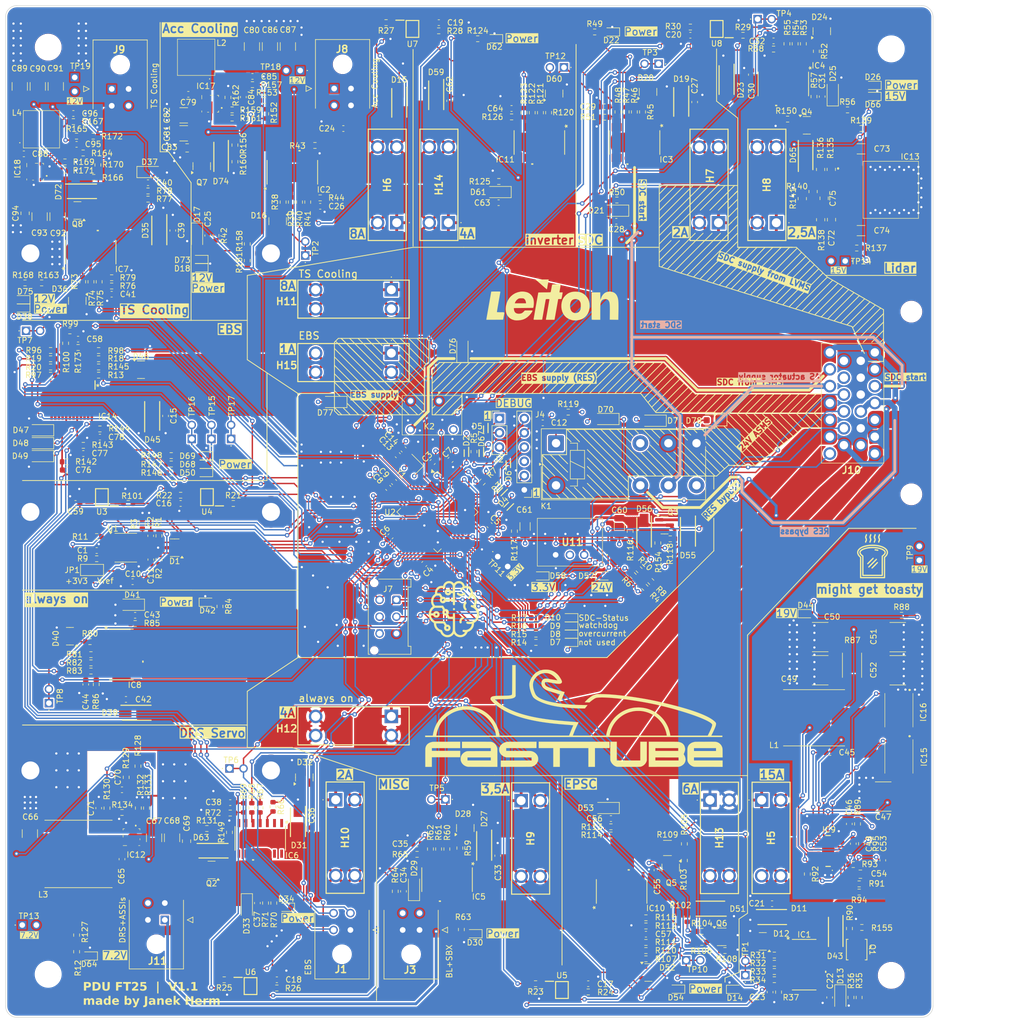
<source format=kicad_pcb>
(kicad_pcb
	(version 20240108)
	(generator "pcbnew")
	(generator_version "8.0")
	(general
		(thickness 1.6)
		(legacy_teardrops no)
	)
	(paper "A3")
	(title_block
		(title "PDU FT25")
		(date "2025-01-06")
		(rev "V1.1")
		(company "Janek Herm")
		(comment 1 "FasTTUBe Electronics")
	)
	(layers
		(0 "F.Cu" signal)
		(1 "In1.Cu" power)
		(2 "In2.Cu" signal)
		(31 "B.Cu" mixed)
		(32 "B.Adhes" user "B.Adhesive")
		(33 "F.Adhes" user "F.Adhesive")
		(34 "B.Paste" user)
		(35 "F.Paste" user)
		(36 "B.SilkS" user "B.Silkscreen")
		(37 "F.SilkS" user "F.Silkscreen")
		(38 "B.Mask" user)
		(39 "F.Mask" user)
		(40 "Dwgs.User" user "User.Drawings")
		(41 "Cmts.User" user "User.Comments")
		(42 "Eco1.User" user "User.Eco1")
		(43 "Eco2.User" user "User.Eco2")
		(44 "Edge.Cuts" user)
		(45 "Margin" user)
		(46 "B.CrtYd" user "B.Courtyard")
		(47 "F.CrtYd" user "F.Courtyard")
		(48 "B.Fab" user)
		(49 "F.Fab" user)
		(50 "User.1" user)
		(51 "User.2" user)
		(52 "User.3" user)
		(53 "User.4" user)
		(54 "User.5" user)
		(55 "User.6" user)
		(56 "User.7" user)
		(57 "User.8" user)
		(58 "User.9" user)
	)
	(setup
		(stackup
			(layer "F.SilkS"
				(type "Top Silk Screen")
			)
			(layer "F.Paste"
				(type "Top Solder Paste")
			)
			(layer "F.Mask"
				(type "Top Solder Mask")
				(thickness 0.01)
			)
			(layer "F.Cu"
				(type "copper")
				(thickness 0.035)
			)
			(layer "dielectric 1"
				(type "prepreg")
				(thickness 0.1)
				(material "FR4")
				(epsilon_r 4.5)
				(loss_tangent 0.02)
			)
			(layer "In1.Cu"
				(type "copper")
				(thickness 0.035)
			)
			(layer "dielectric 2"
				(type "core")
				(thickness 1.24)
				(material "FR4")
				(epsilon_r 4.5)
				(loss_tangent 0.02)
			)
			(layer "In2.Cu"
				(type "copper")
				(thickness 0.035)
			)
			(layer "dielectric 3"
				(type "prepreg")
				(thickness 0.1)
				(material "FR4")
				(epsilon_r 4.5)
				(loss_tangent 0.02)
			)
			(layer "B.Cu"
				(type "copper")
				(thickness 0.035)
			)
			(layer "B.Mask"
				(type "Bottom Solder Mask")
				(thickness 0.01)
			)
			(layer "B.Paste"
				(type "Bottom Solder Paste")
			)
			(layer "B.SilkS"
				(type "Bottom Silk Screen")
			)
			(copper_finish "None")
			(dielectric_constraints no)
		)
		(pad_to_mask_clearance 0)
		(allow_soldermask_bridges_in_footprints no)
		(pcbplotparams
			(layerselection 0x00010fc_ffffffff)
			(plot_on_all_layers_selection 0x0000000_00000000)
			(disableapertmacros no)
			(usegerberextensions no)
			(usegerberattributes yes)
			(usegerberadvancedattributes yes)
			(creategerberjobfile yes)
			(dashed_line_dash_ratio 12.000000)
			(dashed_line_gap_ratio 3.000000)
			(svgprecision 4)
			(plotframeref no)
			(viasonmask no)
			(mode 1)
			(useauxorigin no)
			(hpglpennumber 1)
			(hpglpenspeed 20)
			(hpglpendiameter 15.000000)
			(pdf_front_fp_property_popups yes)
			(pdf_back_fp_property_popups yes)
			(dxfpolygonmode yes)
			(dxfimperialunits yes)
			(dxfusepcbnewfont yes)
			(psnegative no)
			(psa4output no)
			(plotreference yes)
			(plotvalue yes)
			(plotfptext yes)
			(plotinvisibletext no)
			(sketchpadsonfab no)
			(subtractmaskfromsilk no)
			(outputformat 1)
			(mirror no)
			(drillshape 1)
			(scaleselection 1)
			(outputdirectory "")
		)
	)
	(net 0 "")
	(net 1 "GND")
	(net 2 "+3V3")
	(net 3 "stdCAN_H")
	(net 4 "/MCU/Vref")
	(net 5 "stdCAN_L")
	(net 6 "/MCU/NRST")
	(net 7 "Net-(D11-A2)")
	(net 8 "/powerstages/P_Out6a")
	(net 9 "/powerstages/IS4")
	(net 10 "Net-(D15-A2)")
	(net 11 "/connectors/P_Out1")
	(net 12 "/powerstages/IS1")
	(net 13 "Net-(D19-A2)")
	(net 14 "/powerstages/IS10")
	(net 15 "Net-(D23-A2)")
	(net 16 "/powerstages/P_Out9a")
	(net 17 "/powerstages/IS7")
	(net 18 "Net-(D27-A2)")
	(net 19 "/connectors/P_Out8")
	(net 20 "/powerstages/IS8")
	(net 21 "Net-(D31-A2)")
	(net 22 "/powerstages/P_Out5a")
	(net 23 "/powerstages/IS3")
	(net 24 "Net-(D35-A2)")
	(net 25 "/connectors/P_Out2")
	(net 26 "/powerstages/IS2")
	(net 27 "Net-(D39-A2)")
	(net 28 "/connectors/P_Out9")
	(net 29 "/powerstages/IS9")
	(net 30 "Net-(IC9-CBOOT)")
	(net 31 "Net-(IC9-SW)")
	(net 32 "Net-(IC9-VCC)")
	(net 33 "Net-(D43-K)")
	(net 34 "Net-(IC9-PFM{slash}SYNC)")
	(net 35 "/connectors/P_Out4")
	(net 36 "Net-(C53-Pad2)")
	(net 37 "Net-(IC9-EXTCOMP)")
	(net 38 "Net-(D51-A2)")
	(net 39 "/connectors/P_Out5")
	(net 40 "/powerstages/IS5")
	(net 41 "Net-(D56-K)")
	(net 42 "Net-(D59-A2)")
	(net 43 "/connectors/P_Out6")
	(net 44 "/powerstages/IS6")
	(net 45 "Net-(IC12-SW)")
	(net 46 "Net-(IC12-BOOT)")
	(net 47 "/connectors/P_Out3")
	(net 48 "Net-(D63-K)")
	(net 49 "Net-(IC12-FB)")
	(net 50 "Net-(IC12-SS)")
	(net 51 "/connectors/P_Out7")
	(net 52 "Net-(IC13-FB)")
	(net 53 "Net-(D65-K)")
	(net 54 "Net-(IC13-SS)")
	(net 55 "/MCU/SWCLK")
	(net 56 "/MCU/SWDIO")
	(net 57 "/MCU/UART_RX")
	(net 58 "/MCU/UART_TX")
	(net 59 "Net-(D7-A)")
	(net 60 "Net-(D8-A)")
	(net 61 "Net-(D9-A)")
	(net 62 "Net-(D10-A)")
	(net 63 "Net-(D12-A)")
	(net 64 "unconnected-(D12-NC-Pad2)")
	(net 65 "Net-(D14-A)")
	(net 66 "Net-(D16-A)")
	(net 67 "unconnected-(D16-NC-Pad2)")
	(net 68 "Net-(D18-A)")
	(net 69 "Net-(D20-A)")
	(net 70 "unconnected-(D20-NC-Pad2)")
	(net 71 "Net-(D22-A)")
	(net 72 "Net-(D24-A)")
	(net 73 "unconnected-(D24-NC-Pad2)")
	(net 74 "Net-(D26-A)")
	(net 75 "Net-(D28-A)")
	(net 76 "unconnected-(D28-NC-Pad2)")
	(net 77 "Net-(D30-A)")
	(net 78 "unconnected-(D32-NC-Pad2)")
	(net 79 "Net-(D32-A)")
	(net 80 "Net-(D34-A)")
	(net 81 "Net-(D36-A)")
	(net 82 "unconnected-(D36-NC-Pad2)")
	(net 83 "Net-(D38-A)")
	(net 84 "unconnected-(D40-NC-Pad2)")
	(net 85 "Net-(D40-A)")
	(net 86 "Net-(D42-A)")
	(net 87 "Net-(D43-A)")
	(net 88 "Net-(D44-A)")
	(net 89 "Net-(D45-A2)")
	(net 90 "/powerstages/IS11")
	(net 91 "/connectors/P_Out12")
	(net 92 "unconnected-(D52-NC-Pad2)")
	(net 93 "Net-(D52-A)")
	(net 94 "Net-(D54-A)")
	(net 95 "Net-(D56-A)")
	(net 96 "Net-(D57-A)")
	(net 97 "Net-(D58-A)")
	(net 98 "unconnected-(D60-NC-Pad2)")
	(net 99 "Net-(D60-A)")
	(net 100 "Net-(D62-A)")
	(net 101 "Net-(D63-A)")
	(net 102 "Net-(D64-A)")
	(net 103 "Net-(D65-A)")
	(net 104 "Net-(D66-A)")
	(net 105 "/connectors/P_Out11")
	(net 106 "/connectors/P_Out10")
	(net 107 "Net-(D46-A)")
	(net 108 "+24V")
	(net 109 "Net-(IC1-IS)")
	(net 110 "Net-(IC1-GND)")
	(net 111 "Net-(IC1-IN)")
	(net 112 "Net-(IC1-DEN)")
	(net 113 "Net-(IC2-IS)")
	(net 114 "Net-(IC2-IN)")
	(net 115 "Net-(IC2-DEN)")
	(net 116 "Net-(IC2-GND)")
	(net 117 "Net-(IC3-IN)")
	(net 118 "Net-(IC3-GND)")
	(net 119 "Net-(IC3-IS)")
	(net 120 "Net-(IC3-DEN)")
	(net 121 "Net-(IC4-IN)")
	(net 122 "Net-(IC4-GND)")
	(net 123 "Net-(IC4-IS)")
	(net 124 "Net-(IC4-DEN)")
	(net 125 "Net-(IC5-GND)")
	(net 126 "Net-(IC5-DEN)")
	(net 127 "Net-(IC5-IS)")
	(net 128 "Net-(IC5-IN)")
	(net 129 "Net-(IC6-GND)")
	(net 130 "Net-(IC6-IN)")
	(net 131 "Net-(IC6-DEN)")
	(net 132 "Net-(IC6-IS)")
	(net 133 "Net-(IC7-IN)")
	(net 134 "Net-(IC7-IS)")
	(net 135 "Net-(IC7-GND)")
	(net 136 "Net-(IC7-DEN)")
	(net 137 "Net-(IC8-IN)")
	(net 138 "Net-(IC8-IS)")
	(net 139 "Net-(IC8-GND)")
	(net 140 "Net-(IC8-DEN)")
	(net 141 "Net-(IC9-CNFG)")
	(net 142 "Net-(IC9-PG{slash}SYNCOUT)")
	(net 143 "Net-(IC9-RT)")
	(net 144 "Net-(IC9-ISNS+)")
	(net 145 "Net-(IC9-HO)")
	(net 146 "Net-(IC9-LO)")
	(net 147 "Net-(IC9-FB)")
	(net 148 "Net-(IC10-IS)")
	(net 149 "Net-(IC10-IN)")
	(net 150 "Net-(IC10-DEN)")
	(net 151 "Net-(IC10-GND)")
	(net 152 "Net-(IC11-DEN)")
	(net 153 "Net-(IC11-IS)")
	(net 154 "Net-(IC11-IN)")
	(net 155 "Net-(IC11-GND)")
	(net 156 "Net-(IC12-PG)")
	(net 157 "Net-(IC12-MODE)")
	(net 158 "Net-(IC12-EN)")
	(net 159 "Net-(IC13-RON)")
	(net 160 "Net-(IC13-EN)")
	(net 161 "/MCU/SWO")
	(net 162 "FDCAN_H")
	(net 163 "FDCAN_L")
	(net 164 "/RBR/SDC bypass")
	(net 165 "24V ASMS")
	(net 166 "Net-(JP1-C)")
	(net 167 "unconnected-(K1-Pad12)")
	(net 168 "unconnected-(K1-Pad24)")
	(net 169 "Net-(K1-PadA1)")
	(net 170 "unconnected-(D46-NC-Pad2)")
	(net 171 "Net-(IC14-DSEL1)")
	(net 172 "Net-(Q5-D)")
	(net 173 "Net-(Q5-G)")
	(net 174 "Net-(Q6-G)")
	(net 175 "Net-(Q6-D)")
	(net 176 "Net-(U1-Rs)")
	(net 177 "Net-(U2-PA0)")
	(net 178 "Net-(U2-BOOT0)")
	(net 179 "Net-(U2-PC0)")
	(net 180 "Net-(U2-PA11)")
	(net 181 "/MCU/CAN_RX")
	(net 182 "/MCU/CAN_TX")
	(net 183 "Net-(U2-PA12)")
	(net 184 "unconnected-(U2-PB7-Pad59)")
	(net 185 "unconnected-(U2-PA15-Pad50)")
	(net 186 "/MCU/STATUS_LED1")
	(net 187 "/MCU/STATUS_LED2")
	(net 188 "/MCU/STATUS_LED3")
	(net 189 "/MCU/STATUS_LED4")
	(net 190 "Net-(R12-Pad1)")
	(net 191 "Net-(U4A--)")
	(net 192 "/MCU/ISENSE1")
	(net 193 "Net-(U4B--)")
	(net 194 "/MCU/ISENSE2")
	(net 195 "/MCU/ISENSE3")
	(net 196 "Net-(U5A--)")
	(net 197 "Net-(U5B--)")
	(net 198 "/MCU/ISENSE4")
	(net 199 "/MCU/ISENSE5")
	(net 200 "Net-(U6A--)")
	(net 201 "Net-(U6B--)")
	(net 202 "/MCU/ISENSE6")
	(net 203 "/MCU/ISENSE7")
	(net 204 "Net-(U7A--)")
	(net 205 "Net-(U7B--)")
	(net 206 "/MCU/ISENSE8")
	(net 207 "/MCU/ISENSE9")
	(net 208 "Net-(U8A--)")
	(net 209 "Net-(U8B--)")
	(net 210 "/MCU/ISENSE10")
	(net 211 "/MCU/IN4")
	(net 212 "/MCU/IN1")
	(net 213 "/MCU/IN10")
	(net 214 "/MCU/IN7")
	(net 215 "/MCU/IN8")
	(net 216 "/MCU/IN3")
	(net 217 "/MCU/IN2")
	(net 218 "/MCU/IN9")
	(net 219 "/MCU/IN11")
	(net 220 "/MCU/IN12")
	(net 221 "/MCU/IN13")
	(net 222 "/MCU/PC_Read")
	(net 223 "/MCU/PC_EN")
	(net 224 "/MCU/IN5")
	(net 225 "/MCU/IN6")
	(net 226 "/MCU/XTAL_OUT")
	(net 227 "unconnected-(U2-PC5-Pad25)")
	(net 228 "Net-(IC14-GND)")
	(net 229 "unconnected-(U2-PC12-Pad53)")
	(net 230 "Net-(IC14-DEN)")
	(net 231 "Net-(IC14-IN2)")
	(net 232 "/MCU/XTAL_IN")
	(net 233 "unconnected-(U2-PD2-Pad54)")
	(net 234 "unconnected-(IC14-OUT3-Pad13)")
	(net 235 "Net-(IC14-IN0)")
	(net 236 "Net-(IC14-IN3)")
	(net 237 "Net-(IC14-DSEL0)")
	(net 238 "Net-(IC14-IN1)")
	(net 239 "Net-(IC14-IS)")
	(net 240 "/MCU/DSEL0")
	(net 241 "/MCU/DSEL1")
	(net 242 "Net-(U3A--)")
	(net 243 "/MCU/ISENSE11")
	(net 244 "Net-(U3B--)")
	(net 245 "unconnected-(IC9-NC_1-Pad1)")
	(net 246 "unconnected-(IC9-NC_2-Pad2)")
	(net 247 "unconnected-(IC9-NC_4-Pad23)")
	(net 248 "unconnected-(IC9-NC_3-Pad22)")
	(net 249 "unconnected-(IC9-NC_5-Pad24)")
	(net 250 "Net-(D50-A)")
	(net 251 "Net-(D68-A)")
	(net 252 "Net-(D69-A)")
	(net 253 "/connectors/P_Out14")
	(net 254 "/connectors/P_Out13")
	(net 255 "Net-(IC17-SW)")
	(net 256 "Net-(IC17-BOOT)")
	(net 257 "Net-(D72-K)")
	(net 258 "Net-(IC17-FB)")
	(net 259 "Net-(IC17-SS)")
	(net 260 "Net-(IC18-BOOT)")
	(net 261 "Net-(IC18-SW)")
	(net 262 "Net-(D74-K)")
	(net 263 "Net-(IC18-FB)")
	(net 264 "Net-(IC18-SS)")
	(net 265 "Net-(D72-A)")
	(net 266 "Net-(D73-A)")
	(net 267 "Net-(D74-A)")
	(net 268 "Net-(D75-A)")
	(net 269 "Net-(IC17-PG)")
	(net 270 "Net-(IC17-MODE)")
	(net 271 "Net-(IC17-EN)")
	(net 272 "Net-(IC18-PG)")
	(net 273 "Net-(IC18-MODE)")
	(net 274 "Net-(IC18-EN)")
	(net 275 "Net-(R151-Pad2)")
	(net 276 "Net-(R163-Pad2)")
	(net 277 "EBS supply")
	(net 278 "AS actuator supply")
	(net 279 "unconnected-(IC1-NC-Pad7)")
	(net 280 "unconnected-(IC1-NC-Pad1)")
	(net 281 "unconnected-(IC1-NC-Pad14)")
	(net 282 "unconnected-(IC1-NC-Pad8)")
	(net 283 "unconnected-(IC1-NC-Pad9)")
	(net 284 "unconnected-(IC1-NC-Pad13)")
	(net 285 "unconnected-(IC1-NC-Pad2)")
	(net 286 "unconnected-(IC2-NC-Pad2)")
	(net 287 "unconnected-(IC2-NC-Pad7)")
	(net 288 "unconnected-(IC2-NC-Pad8)")
	(net 289 "unconnected-(IC2-NC-Pad14)")
	(net 290 "unconnected-(IC2-NC-Pad1)")
	(net 291 "unconnected-(IC2-NC-Pad9)")
	(net 292 "unconnected-(IC2-NC-Pad13)")
	(net 293 "unconnected-(IC3-NC-Pad8)")
	(net 294 "unconnected-(IC3-NC-Pad1)")
	(net 295 "unconnected-(IC3-NC-Pad7)")
	(net 296 "unconnected-(IC3-NC-Pad14)")
	(net 297 "unconnected-(IC3-NC-Pad13)")
	(net 298 "unconnected-(IC3-NC-Pad9)")
	(net 299 "unconnected-(IC3-NC-Pad2)")
	(net 300 "unconnected-(IC4-NC-Pad2)")
	(net 301 "unconnected-(IC4-NC-Pad1)")
	(net 302 "unconnected-(IC4-NC-Pad13)")
	(net 303 "unconnected-(IC4-NC-Pad7)")
	(net 304 "unconnected-(IC4-NC-Pad9)")
	(net 305 "unconnected-(IC4-NC-Pad8)")
	(net 306 "unconnected-(IC4-NC-Pad14)")
	(net 307 "unconnected-(IC5-NC-Pad1)")
	(net 308 "unconnected-(IC5-NC-Pad8)")
	(net 309 "unconnected-(IC5-NC-Pad9)")
	(net 310 "unconnected-(IC5-NC-Pad14)")
	(net 311 "unconnected-(IC5-NC-Pad13)")
	(net 312 "unconnected-(IC5-NC-Pad2)")
	(net 313 "unconnected-(IC5-NC-Pad7)")
	(net 314 "unconnected-(IC6-NC-Pad14)")
	(net 315 "unconnected-(IC6-NC-Pad2)")
	(net 316 "unconnected-(IC6-NC-Pad7)")
	(net 317 "unconnected-(IC6-NC-Pad1)")
	(net 318 "unconnected-(IC6-NC-Pad9)")
	(net 319 "unconnected-(IC6-NC-Pad8)")
	(net 320 "unconnected-(IC6-NC-Pad13)")
	(net 321 "unconnected-(IC7-NC-Pad1)")
	(net 322 "unconnected-(IC7-NC-Pad9)")
	(net 323 "unconnected-(IC7-NC-Pad14)")
	(net 324 "unconnected-(IC7-NC-Pad13)")
	(net 325 "unconnected-(IC7-NC-Pad7)")
	(net 326 "unconnected-(IC7-NC-Pad8)")
	(net 327 "unconnected-(IC7-NC-Pad2)")
	(net 328 "unconnected-(IC8-NC-Pad7)")
	(net 329 "unconnected-(IC8-NC-Pad14)")
	(net 330 "unconnected-(IC8-NC-Pad9)")
	(net 331 "unconnected-(IC8-NC-Pad1)")
	(net 332 "unconnected-(IC8-NC-Pad13)")
	(net 333 "unconnected-(IC8-NC-Pad2)")
	(net 334 "unconnected-(IC8-NC-Pad8)")
	(net 335 "unconnected-(IC10-NC-Pad14)")
	(net 336 "unconnected-(IC10-NC-Pad8)")
	(net 337 "unconnected-(IC10-NC-Pad13)")
	(net 338 "unconnected-(IC10-NC-Pad9)")
	(net 339 "unconnected-(IC10-NC-Pad1)")
	(net 340 "unconnected-(IC10-NC-Pad7)")
	(net 341 "unconnected-(IC10-NC-Pad2)")
	(net 342 "unconnected-(IC11-NC-Pad1)")
	(net 343 "unconnected-(IC11-NC-Pad13)")
	(net 344 "unconnected-(IC11-NC-Pad2)")
	(net 345 "unconnected-(IC11-NC-Pad7)")
	(net 346 "unconnected-(IC11-NC-Pad9)")
	(net 347 "unconnected-(IC11-NC-Pad8)")
	(net 348 "unconnected-(IC11-NC-Pad14)")
	(net 349 "unconnected-(IC14-NC-Pad21)")
	(net 350 "unconnected-(IC14-NC-Pad19)")
	(net 351 "unconnected-(IC14-NC-Pad15)")
	(net 352 "unconnected-(IC14-NC-Pad18)")
	(net 353 "unconnected-(IC14-NC-Pad23)")
	(net 354 "unconnected-(IC14-NC-Pad22)")
	(net 355 "unconnected-(IC14-NC-Pad14)")
	(net 356 "unconnected-(IC14-NC-Pad12)")
	(net 357 "unconnected-(IC14-NC-Pad1)")
	(net 358 "unconnected-(IC14-NC-Pad16)")
	(net 359 "/EBSR/EBS power")
	(net 360 "unconnected-(U2-PC14-Pad3)")
	(net 361 "unconnected-(U2-PC15-Pad4)")
	(net 362 "unconnected-(U2-PC13-Pad2)")
	(net 363 "Net-(R100-Pad1)")
	(net 364 "/RBR/RES")
	(net 365 "TSMS SDC")
	(net 366 "unconnected-(J10-Pin_12-Pad12)")
	(net 367 "unconnected-(IC14-NC-Pad3)")
	(net 368 "unconnected-(U2-PB0-Pad26)")
	(footprint "5025:5025" (layer "F.Cu") (at 165.32 98.46 90))
	(footprint "Resistor_SMD:R_0603_1608Metric" (layer "F.Cu") (at 161.375 88.955 90))
	(footprint "Resistor_SMD:R_0603_1608Metric" (layer "F.Cu") (at 128.645 103.135 -90))
	(footprint "Capacitor_SMD:C_1210_3225Metric" (layer "F.Cu") (at 162.225 61.275 90))
	(footprint "BTT6010-1ERB:SOIC14_BTT6010-1ERB_INF" (layer "F.Cu") (at 163.019 83.649799 90))
	(footprint "824501241:DIOM5127X250N" (layer "F.Cu") (at 139.345 93.995 -90))
	(footprint "Resistor_SMD:R_0603_1608Metric" (layer "F.Cu") (at 122.555 83.275))
	(footprint "Package_TO_SOT_SMD:SOT-23" (layer "F.Cu") (at 124.75 106.535 -90))
	(footprint "Package_TO_SOT_SMD:SOT-23" (layer "F.Cu") (at 165.14 191.314998 90))
	(footprint "Resistor_SMD:R_0603_1608Metric" (layer "F.Cu") (at 135.615001 196.775 90))
	(footprint "Resistor_SMD:R_0603_1608Metric" (layer "F.Cu") (at 155.915 68.065))
	(footprint "Capacitor_SMD:C_1210_3225Metric" (layer "F.Cu") (at 143.685 76.725 180))
	(footprint "5025:5025" (layer "F.Cu") (at 119.706643 178.105057 90))
	(footprint "Resistor_SMD:R_0603_1608Metric" (layer "F.Cu") (at 150.135001 160.895 90))
	(footprint "Resistor_SMD:R_0603_1608Metric" (layer "F.Cu") (at 135.545001 189.315 -90))
	(footprint "LED_SMD:LED_0603_1608Metric" (layer "F.Cu") (at 266.295 70.155 180))
	(footprint "Package_TO_SOT_SMD:SOT-23" (layer "F.Cu") (at 123.441642 166.195058 180))
	(footprint "Resistor_SMD:R_0603_1608Metric" (layer "F.Cu") (at 127.585 77.225))
	(footprint "ESD321DYAR:SODFL1608X77N" (layer "F.Cu") (at 193.99 133.625 -90))
	(footprint "Diode_SMD:D_SOD-123F" (layer "F.Cu") (at 218.94 127.554999 180))
	(footprint "5025:5025" (layer "F.Cu") (at 114.96 217.59))
	(footprint "Resistor_SMD:R_0603_1608Metric" (layer "F.Cu") (at 147.805 200.415))
	(footprint "5025:5025" (layer "F.Cu") (at 261.38 99.44 180))
	(footprint "MountingHole:MountingHole_3.2mm_M3_DIN965_Pad" (layer "F.Cu") (at 116.41 144.08 -90))
	(footprint "Resistor_SMD:R_0603_1608Metric" (layer "F.Cu") (at 254.645 208.515 -90))
	(footprint "Resistor_SMD:R_0603_1608Metric" (layer "F.Cu") (at 264.205001 75.855))
	(footprint "Capacitor_SMD:C_0603_1608Metric" (layer "F.Cu") (at 156.795 213.675001 -90))
	(footprint "Resistor_SMD:R_0603_1608Metric" (layer "F.Cu") (at 120.005477 118.297452))
	(footprint "MountingHole:MountingHole_4.3mm_M4" (layer "F.Cu") (at 119.575 226.345))
	(footprint "Capacitor_SMD:C_1210_3225Metric" (layer "F.Cu") (at 138.414747 202.063428 90))
	(footprint "Diode_SMD:D_SOD-123F" (layer "F.Cu") (at 146.065 94.88 -90))
	(footprint "Capacitor_SMD:C_0603_1608Metric" (layer "F.Cu") (at 185.205 203.145 180))
	(footprint "Resistor_SMD:R_0603_1608Metric" (layer "F.Cu") (at 225.925 220.675))
	(footprint "Resistor_SMD:R_0603_1608Metric" (layer "F.Cu") (at 154.995 99.365 90))
	(footprint "Resistor_SMD:R_0603_1608Metric" (layer "F.Cu") (at 248.775 222.935))
	(footprint "Resistor_SMD:R_0603_1608Metric" (layer "F.Cu") (at 135.044999 163.939999 180))
	(footprint "LED_SMD:LED_0603_1608Metric" (layer "F.Cu") (at 212.335 167.295 180))
	(footprint "3SMAJ5934B-TP:DIOM5226X244N"
		(layer "F.Cu")
		(uuid "18952861-3736-4224-9120-9d6967b34620")
		(at 254.335 80.59 90)
		(descr "3SMAJ5934B-TP")
		(tags "Zener Diode")
		(property "Reference" "D65"
			(at 0.01 -2.23 90)
			(layer "F.SilkS")
			(uuid "2cfe04ff-d50f-49bc-b705-67a361dbc6f2")
			(effects
				(font
					(size 1
... [5510036 chars truncated]
</source>
